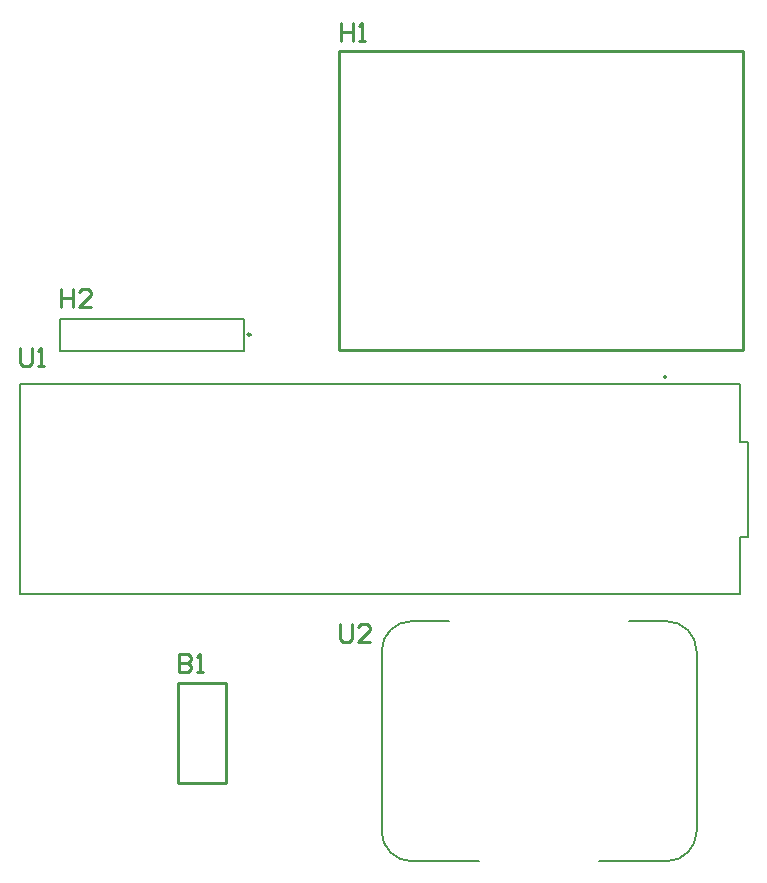
<source format=gbr>
G04*
G04 #@! TF.GenerationSoftware,Altium Limited,Altium Designer,25.0.2 (28)*
G04*
G04 Layer_Color=65535*
%FSLAX44Y44*%
%MOMM*%
G71*
G04*
G04 #@! TF.SameCoordinates,1FEDFA3E-EA99-418E-B41A-EB270C04C77C*
G04*
G04*
G04 #@! TF.FilePolarity,Positive*
G04*
G01*
G75*
%ADD10C,0.2000*%
%ADD11C,0.1270*%
%ADD12C,0.2500*%
%ADD13C,0.2540*%
D10*
X552180Y426470D02*
G03*
X552180Y426470I-1000J0D01*
G01*
D02*
G03*
X552180Y426470I-1000J0D01*
G01*
X39140Y475730D02*
X194540D01*
Y448830D02*
Y475730D01*
X39140Y448830D02*
X194540D01*
X39140D02*
Y475730D01*
D11*
X552450Y16510D02*
G03*
X577850Y41910I0J25400D01*
G01*
X311150D02*
G03*
X336550Y16510I25400J0D01*
G01*
Y219710D02*
G03*
X311150Y194310I0J-25400D01*
G01*
X577850D02*
G03*
X552450Y219710I-25400J0D01*
G01*
X614680Y242570D02*
Y291170D01*
Y371770D02*
Y420370D01*
X621680Y291170D02*
Y371770D01*
X614680Y291170D02*
X621680D01*
X614680Y371770D02*
X621680D01*
X5080Y420370D02*
X614680D01*
X5080Y242570D02*
Y420370D01*
Y242570D02*
X614680D01*
X495452Y16510D02*
X552450D01*
X336550D02*
X393548D01*
X520852Y219710D02*
X552450D01*
X336550D02*
X368148D01*
X577850Y41910D02*
Y194310D01*
X311150Y41910D02*
Y194310D01*
D12*
X200290Y462280D02*
G03*
X200290Y462280I-1250J0D01*
G01*
D13*
X138430Y82550D02*
X179070D01*
X138430Y167640D02*
X179070D01*
X138430Y82550D02*
Y167640D01*
X179070Y82550D02*
Y167640D01*
X275220Y449310D02*
X617220D01*
X275220Y702310D02*
X617220D01*
X275220Y449310D02*
Y702310D01*
X617220Y449310D02*
Y702310D01*
X39370Y500883D02*
Y485648D01*
Y493265D01*
X49527D01*
Y500883D01*
Y485648D01*
X64762D02*
X54605D01*
X64762Y495805D01*
Y498344D01*
X62223Y500883D01*
X57144D01*
X54605Y498344D01*
X139700Y191765D02*
Y176530D01*
X147317D01*
X149857Y179069D01*
Y181608D01*
X147317Y184147D01*
X139700D01*
X147317D01*
X149857Y186687D01*
Y189226D01*
X147317Y191765D01*
X139700D01*
X154935Y176530D02*
X160013D01*
X157474D01*
Y191765D01*
X154935Y189226D01*
X275594Y217167D02*
Y204472D01*
X278133Y201933D01*
X283212D01*
X285751Y204472D01*
Y217167D01*
X300986Y201933D02*
X290829D01*
X300986Y212089D01*
Y214628D01*
X298447Y217167D01*
X293368D01*
X290829Y214628D01*
X4826Y451353D02*
Y438657D01*
X7365Y436118D01*
X12443D01*
X14983Y438657D01*
Y451353D01*
X20061Y436118D02*
X25139D01*
X22600D01*
Y451353D01*
X20061Y448814D01*
X276606Y726435D02*
Y711200D01*
Y718818D01*
X286763D01*
Y726435D01*
Y711200D01*
X291841D02*
X296919D01*
X294380D01*
Y726435D01*
X291841Y723896D01*
M02*

</source>
